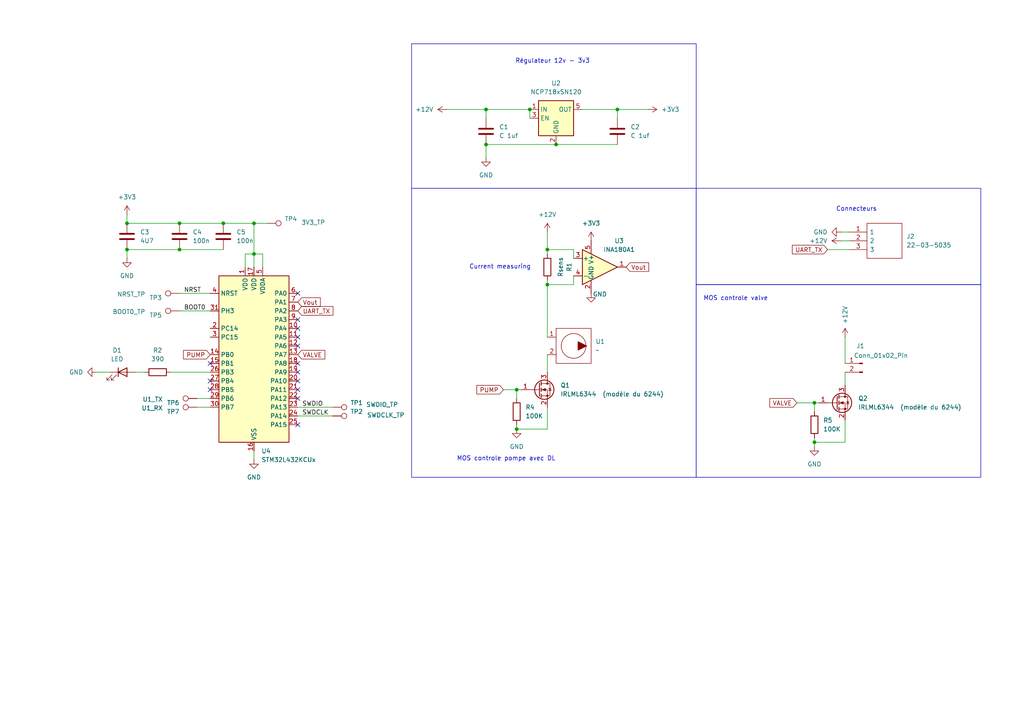
<source format=kicad_sch>
(kicad_sch (version 20250114) (generator "eeschema") (generator_version "9.0")
  (paper "A4")
  (lib_symbols
    (symbol "Amplifier_Current:INA180A1" (pin_names (offset 0.127))
      (property "Reference" "U" (at 3.81 3.81 0))
      (property "Value" "INA180A1" (at 3.81 -2.54 0))
      (symbol "INA180A1_0_1"
        (polyline (pts (xy 5.08 0) (xy -5.08 5.08) (xy -5.08 -5.08) (xy 5.08 0)) (stroke (width 0.254)) (fill (type background)))
      )
      (symbol "INA180A1_1_1"
        (pin input line (at -7.62 2.54 0) (length 2.54) (name "+") (number "3"))
        (pin input line (at -7.62 -2.54 0) (length 2.54) (name "-") (number "4"))
        (pin power_in line (at -2.54 7.62 270) (length 3.81) (name "V+") (number "5"))
        (pin power_in line (at -2.54 -7.62 90) (length 3.81) (name "GND") (number "2"))
        (pin output line (at 7.62 0 180) (length 2.54) (name "~") (number "1"))
      )
    )
    (symbol "Connector:Conn_01x02_Pin" (pin_names (offset 1.016) (hide yes))
      (property "Reference" "J" (at 0 2.54 0))
      (property "Value" "Conn_01x02_Pin" (at 0 -5.08 0))
      (symbol "Conn_01x02_Pin_1_1"
        (rectangle (start 0.8636 0.127) (end 0 -0.127) (stroke (width 0.1524)) (fill (type outline)))
        (rectangle (start 0.8636 -2.413) (end 0 -2.667) (stroke (width 0.1524)) (fill (type outline)))
        (polyline (pts (xy 1.27 0) (xy 0.8636 0)) (stroke (width 0.1524)))
        (polyline (pts (xy 1.27 -2.54) (xy 0.8636 -2.54)) (stroke (width 0.1524)))
        (pin passive line (at 5.08 0 180) (length 3.81) (name "Pin_1") (number "1"))
        (pin passive line (at 5.08 -2.54 180) (length 3.81) (name "Pin_2") (number "2"))
      )
    )
    (symbol "Connector:TestPoint" (pin_numbers (hide yes)) (pin_names (offset 0.762) (hide yes))
      (property "Reference" "TP" (at 0 6.858 0))
      (property "Value" "TestPoint" (at 0 5.08 0))
      (symbol "TestPoint_0_1"
        (circle (center 0 3.302) (radius 0.762))
      )
      (symbol "TestPoint_1_1"
        (pin passive line (at 0 0 90) (length 2.54) (name "1") (number "1"))
      )
    )
    (symbol "Device:C" (pin_numbers (hide yes)) (pin_names (offset 0.254))
      (property "Reference" "C" (at 0.635 2.54 0))
      (property "Value" "C" (at 0.635 -2.54 0))
      (symbol "C_0_1"
        (polyline (pts (xy -2.032 0.762) (xy 2.032 0.762)) (stroke (width 0.508)))
        (polyline (pts (xy -2.032 -0.762) (xy 2.032 -0.762)) (stroke (width 0.508)))
      )
      (symbol "C_1_1"
        (pin passive line (at 0 3.81 270) (length 2.794) (name "~") (number "1"))
        (pin passive line (at 0 -3.81 90) (length 2.794) (name "~") (number "2"))
      )
    )
    (symbol "Device:LED" (pin_numbers (hide yes)) (pin_names (offset 1.016) (hide yes))
      (property "Reference" "D" (at 0 2.54 0))
      (property "Value" "LED" (at 0 -2.54 0))
      (symbol "LED_0_1"
        (polyline (pts (xy -3.048 -0.762) (xy -4.572 -2.286) (xy -3.81 -2.286) (xy -4.572 -2.286) (xy -4.572 -1.524)))
        (polyline (pts (xy -1.778 -0.762) (xy -3.302 -2.286) (xy -2.54 -2.286) (xy -3.302 -2.286) (xy -3.302 -1.524)))
        (polyline (pts (xy -1.27 0) (xy 1.27 0)))
        (polyline (pts (xy -1.27 -1.27) (xy -1.27 1.27)) (stroke (width 0.254)))
        (polyline (pts (xy 1.27 -1.27) (xy 1.27 1.27) (xy -1.27 0) (xy 1.27 -1.27)) (stroke (width 0.254)))
      )
      (symbol "LED_1_1"
        (pin passive line (at -3.81 0 0) (length 2.54) (name "K") (number "1"))
        (pin passive line (at 3.81 0 180) (length 2.54) (name "A") (number "2"))
      )
    )
    (symbol "Device:R" (pin_numbers (hide yes)) (pin_names (offset 0))
      (property "Reference" "R" (at 2.032 0 90))
      (property "Value" "R" (at 0 0 90))
      (symbol "R_0_1"
        (rectangle (start -1.016 -2.54) (end 1.016 2.54) (stroke (width 0.254)))
      )
      (symbol "R_1_1"
        (pin passive line (at 0 3.81 270) (length 1.27) (name "~") (number "1"))
        (pin passive line (at 0 -3.81 90) (length 1.27) (name "~") (number "2"))
      )
    )
    (symbol "ENAC_robotique:22-03-5035" (pin_names (offset 0.762))
      (property "Reference" "J" (at 16.51 7.62 0))
      (property "Value" "22-03-5035" (at 16.51 5.08 0))
      (symbol "22-03-5035_0_0"
        (pin power_in line (at 0 0 0) (length 5.08) (name "1") (number "1"))
        (pin power_in line (at 0 -2.54 0) (length 5.08) (name "2") (number "2"))
        (pin bidirectional line (at 0 -5.08 0) (length 5.08) (name "3") (number "3"))
      )
      (symbol "22-03-5035_0_1"
        (polyline (pts (xy 5.08 2.54) (xy 15.24 2.54) (xy 15.24 -7.62) (xy 5.08 -7.62) (xy 5.08 2.54)) (stroke (width 0.1524)))
      )
    )
    (symbol "ENAC_robotique:Pompe"
      (property "Reference" "U" (at 0.254 -7.112 0))
      (symbol "Pompe_0_1"
        (rectangle (start -5.08 5.08) (end 5.08 -5.08))
        (circle (center 0 0) (radius 3.5921))
      )
      (symbol "Pompe_1_1"
        (polyline (pts (xy 3.81 0) (xy 1.27 1.27) (xy 1.27 -1.27) (xy 3.81 0)) (fill (type outline)))
        (pin power_in line (at -7.62 2.54 0) (length 2.54) (name "") (number "1"))
        (pin power_in line (at -7.62 -2.54 0) (length 2.54) (name "") (number "2"))
      )
    )
    (symbol "MCU_ST_STM32L4:STM32L432KCUx"
      (property "Reference" "U" (at -10.16 26.67 0))
      (property "Value" "STM32L432KCUx" (at 5.08 26.67 0))
      (symbol "STM32L432KCUx_0_1"
        (rectangle (start -10.16 -22.86) (end 10.16 25.4) (stroke (width 0.254)) (fill (type background)))
      )
      (symbol "STM32L432KCUx_1_1"
        (pin input line (at -12.7 20.32 0) (length 2.54) (name "NRST") (number "4"))
        (pin bidirectional line (at -12.7 15.24 0) (length 2.54) (name "PH3") (number "31"))
        (pin bidirectional line (at -12.7 10.16 0) (length 2.54) (name "PC14") (number "2"))
        (pin bidirectional line (at -12.7 7.62 0) (length 2.54) (name "PC15") (number "3"))
        (pin bidirectional line (at -12.7 2.54 0) (length 2.54) (name "PB0") (number "14"))
        (pin bidirectional line (at -12.7 0 0) (length 2.54) (name "PB1") (number "15"))
        (pin bidirectional line (at -12.7 -2.54 0) (length 2.54) (name "PB3") (number "26"))
        (pin bidirectional line (at -12.7 -5.08 0) (length 2.54) (name "PB4") (number "27"))
        (pin bidirectional line (at -12.7 -7.62 0) (length 2.54) (name "PB5") (number "28"))
        (pin bidirectional line (at -12.7 -10.16 0) (length 2.54) (name "PB6") (number "29"))
        (pin bidirectional line (at -12.7 -12.7 0) (length 2.54) (name "PB7") (number "30"))
        (pin power_in line (at -2.54 27.94 270) (length 2.54) (name "VDD") (number "1"))
        (pin power_in line (at 0 27.94 270) (length 2.54) (name "VDD") (number "17"))
        (pin power_in line (at 0 -25.4 90) (length 2.54) (name "VSS") (number "16"))
        (pin passive line (at 0 -25.4 90) (length 2.54) (hide yes) (name "VSS") (number "32"))
        (pin passive line (at 0 -25.4 90) (length 2.54) (hide yes) (name "VSS") (number "33"))
        (pin power_in line (at 2.54 27.94 270) (length 2.54) (name "VDDA") (number "5"))
        (pin bidirectional line (at 12.7 20.32 180) (length 2.54) (name "PA0") (number "6"))
        (pin bidirectional line (at 12.7 17.78 180) (length 2.54) (name "PA1") (number "7"))
        (pin bidirectional line (at 12.7 15.24 180) (length 2.54) (name "PA2") (number "8"))
        (pin bidirectional line (at 12.7 12.7 180) (length 2.54) (name "PA3") (number "9"))
        (pin bidirectional line (at 12.7 10.16 180) (length 2.54) (name "PA4") (number "10"))
        (pin bidirectional line (at 12.7 7.62 180) (length 2.54) (name "PA5") (number "11"))
        (pin bidirectional line (at 12.7 5.08 180) (length 2.54) (name "PA6") (number "12"))
        (pin bidirectional line (at 12.7 2.54 180) (length 2.54) (name "PA7") (number "13"))
        (pin bidirectional line (at 12.7 0 180) (length 2.54) (name "PA8") (number "18"))
        (pin bidirectional line (at 12.7 -2.54 180) (length 2.54) (name "PA9") (number "19"))
        (pin bidirectional line (at 12.7 -5.08 180) (length 2.54) (name "PA10") (number "20"))
        (pin bidirectional line (at 12.7 -7.62 180) (length 2.54) (name "PA11") (number "21"))
        (pin bidirectional line (at 12.7 -10.16 180) (length 2.54) (name "PA12") (number "22"))
        (pin bidirectional line (at 12.7 -12.7 180) (length 2.54) (name "PA13") (number "23"))
        (pin bidirectional line (at 12.7 -15.24 180) (length 2.54) (name "PA14") (number "24"))
        (pin bidirectional line (at 12.7 -17.78 180) (length 2.54) (name "PA15") (number "25"))
      )
    )
    (symbol "Regulator_Linear:NCP718xSN120"
      (property "Reference" "U" (at -3.81 6.35 0))
      (property "Value" "NCP718xSN120" (at 6.35 6.35 0))
      (symbol "NCP718xSN120_0_1"
        (rectangle (start -5.08 -5.08) (end 5.08 5.08) (stroke (width 0.254)) (fill (type background)))
        (pin power_in line (at -7.62 2.54 0) (length 2.54) (name "IN") (number "1"))
        (pin input line (at -7.62 0 0) (length 2.54) (name "EN") (number "3"))
        (pin power_in line (at 0 -7.62 90) (length 2.54) (name "GND") (number "2"))
        (pin no_connect line (at 5.08 0 180) (length 2.54) (hide yes) (name "NC") (number "4"))
        (pin power_out line (at 7.62 2.54 180) (length 2.54) (name "OUT") (number "5"))
      )
    )
    (symbol "Transistor_FET:IRLML6244" (pin_names (offset 0) (hide yes))
      (property "Reference" "Q" (at 5.08 1.905 0))
      (property "Value" "IRLML6244" (at 5.08 0 0))
      (symbol "IRLML6244_0_1"
        (polyline (pts (xy 0.254 1.905) (xy 0.254 -1.905)) (stroke (width 0.254)))
        (polyline (pts (xy 0.254 0) (xy -2.54 0)))
        (polyline (pts (xy 0.762 2.286) (xy 0.762 1.27)) (stroke (width 0.254)))
        (polyline (pts (xy 0.762 0.508) (xy 0.762 -0.508)) (stroke (width 0.254)))
        (polyline (pts (xy 0.762 -1.27) (xy 0.762 -2.286)) (stroke (width 0.254)))
        (polyline (pts (xy 0.762 -1.778) (xy 3.302 -1.778) (xy 3.302 1.778) (xy 0.762 1.778)))
        (polyline (pts (xy 1.016 0) (xy 2.032 0.381) (xy 2.032 -0.381) (xy 1.016 0)) (fill (type outline)))
        (circle (center 1.651 0) (radius 2.794) (stroke (width 0.254)))
        (polyline (pts (xy 2.54 2.54) (xy 2.54 1.778)))
        (circle (center 2.54 1.778) (radius 0.254) (fill (type outline)))
        (circle (center 2.54 -1.778) (radius 0.254) (fill (type outline)))
        (polyline (pts (xy 2.54 -2.54) (xy 2.54 0) (xy 0.762 0)))
        (polyline (pts (xy 2.921 0.381) (xy 3.683 0.381)))
        (polyline (pts (xy 3.302 0.381) (xy 2.921 -0.254) (xy 3.683 -0.254) (xy 3.302 0.381)))
      )
      (symbol "IRLML6244_1_1"
        (pin input line (at -5.08 0 0) (length 2.54) (name "G") (number "1"))
        (pin passive line (at 2.54 5.08 270) (length 2.54) (name "D") (number "3"))
        (pin passive line (at 2.54 -5.08 90) (length 2.54) (name "S") (number "2"))
      )
    )
    (symbol "power:+12V" (power) (pin_numbers (hide yes)) (pin_names (offset 0) (hide yes))
      (property "Value" "+12V" (at 0 3.556 0))
      (symbol "+12V_0_1"
        (polyline (pts (xy -0.762 1.27) (xy 0 2.54)))
        (polyline (pts (xy 0 2.54) (xy 0.762 1.27)))
        (polyline (pts (xy 0 0) (xy 0 2.54)))
      )
      (symbol "+12V_1_1"
        (pin power_in line (at 0 0 90) (length 0) (name "~") (number "1"))
      )
    )
    (symbol "power:+3V3" (power) (pin_numbers (hide yes)) (pin_names (offset 0) (hide yes))
      (property "Value" "+3V3" (at 0 3.556 0))
      (symbol "+3V3_0_1"
        (polyline (pts (xy -0.762 1.27) (xy 0 2.54)))
        (polyline (pts (xy 0 2.54) (xy 0.762 1.27)))
        (polyline (pts (xy 0 0) (xy 0 2.54)))
      )
      (symbol "+3V3_1_1"
        (pin power_in line (at 0 0 90) (length 0) (name "~") (number "1"))
      )
    )
    (symbol "power:GND" (power) (pin_numbers (hide yes)) (pin_names (offset 0) (hide yes))
      (property "Value" "GND" (at 0 -3.81 0))
      (symbol "GND_0_1"
        (polyline (pts (xy 0 0) (xy 0 -1.27) (xy 1.27 -1.27) (xy 0 -2.54) (xy -1.27 -1.27) (xy 0 -1.27)))
      )
      (symbol "GND_1_1"
        (pin power_in line (at 0 0 270) (length 0) (name "~") (number "1"))
      )
    )
  )
  (rectangle (start 201.93 82.55) (end 284.48 138.43))
  (rectangle (start 119.38 12.7) (end 201.93 54.61))
  (rectangle (start 119.38 54.61) (end 201.93 138.43))
  (rectangle (start 201.93 54.61) (end 284.48 82.55))
  (text "Connecteurs\n" (at 248.412 60.706 0) (effects (font (size 1.27 1.27))))
  (text "Current measuring\n" (at 145.034 77.47 0) (effects (font (size 1.27 1.27))))
  (text "MOS controle valve \n" (at 213.868 86.614 0) (effects (font (size 1.27 1.27))))
  (text "Régulateur 12v - 3v3\n" (at 160.274 17.78 0) (effects (font (size 1.27 1.27))))
  (text "MOS controle pompe avec DL\n" (at 146.812 133.096 0) (effects (font (size 1.27 1.27))))
  (junction (at 140.97 41.91))
  (junction (at 161.29 41.91))
  (junction (at 73.66 73.66))
  (junction (at 36.83 64.77))
  (junction (at 64.77 64.77))
  (junction (at 236.22 128.27))
  (junction (at 36.83 72.39))
  (junction (at 149.86 113.03))
  (junction (at 236.22 116.84))
  (junction (at 149.86 124.46))
  (junction (at 179.07 31.75))
  (junction (at 52.07 72.39))
  (junction (at 140.97 31.75))
  (junction (at 73.66 64.77))
  (junction (at 52.07 64.77))
  (junction (at 153.67 31.75))
  (junction (at 158.75 82.55))
  (junction (at 158.75 72.39))
  (no_connect (at 86.36 107.95))
  (no_connect (at 86.36 123.19))
  (no_connect (at 86.36 115.57))
  (no_connect (at 86.36 105.41))
  (no_connect (at 86.36 92.71))
  (no_connect (at 86.36 113.03))
  (no_connect (at 86.36 95.25))
  (no_connect (at 60.96 113.03))
  (no_connect (at 86.36 100.33))
  (no_connect (at 86.36 110.49))
  (no_connect (at 60.96 110.49))
  (no_connect (at 86.36 97.79))
  (no_connect (at 60.96 105.41))
  (no_connect (at 86.36 85.09))
  (wire (pts (xy 140.97 31.75) (xy 140.97 34.29)))
  (wire (pts (xy 36.83 72.39) (xy 52.07 72.39)))
  (wire (pts (xy 245.11 128.27) (xy 236.22 128.27)))
  (wire (pts (xy 71.12 73.66) (xy 73.66 73.66)))
  (wire (pts (xy 168.91 31.75) (xy 179.07 31.75)))
  (wire (pts (xy 140.97 41.91) (xy 140.97 45.72)))
  (wire (pts (xy 140.97 31.75) (xy 153.67 31.75)))
  (wire (pts (xy 158.75 82.55) (xy 158.75 97.79)))
  (wire (pts (xy 86.36 120.65) (xy 96.52 120.65)))
  (wire (pts (xy 73.66 64.77) (xy 77.47 64.77)))
  (wire (pts (xy 73.66 130.81) (xy 73.66 133.35)))
  (wire (pts (xy 76.2 73.66) (xy 76.2 77.47)))
  (wire (pts (xy 73.66 73.66) (xy 76.2 73.66)))
  (wire (pts (xy 149.86 124.46) (xy 149.86 123.19)))
  (wire (pts (xy 52.07 64.77) (xy 64.77 64.77)))
  (wire (pts (xy 166.37 72.39) (xy 158.75 72.39)))
  (wire (pts (xy 245.11 121.92) (xy 245.11 128.27)))
  (wire (pts (xy 86.36 118.11) (xy 96.52 118.11)))
  (wire (pts (xy 158.75 124.46) (xy 149.86 124.46)))
  (wire (pts (xy 231.14 116.84) (xy 236.22 116.84)))
  (wire (pts (xy 140.97 41.91) (xy 161.29 41.91)))
  (wire (pts (xy 158.75 72.39) (xy 158.75 73.66)))
  (wire (pts (xy 179.07 31.75) (xy 179.07 34.29)))
  (wire (pts (xy 36.83 72.39) (xy 36.83 74.93)))
  (wire (pts (xy 73.66 64.77) (xy 64.77 64.77)))
  (wire (pts (xy 52.07 90.17) (xy 60.96 90.17)))
  (wire (pts (xy 39.37 107.95) (xy 41.91 107.95)))
  (wire (pts (xy 240.03 72.39) (xy 246.38 72.39)))
  (wire (pts (xy 146.05 113.03) (xy 149.86 113.03)))
  (wire (pts (xy 243.84 69.85) (xy 246.38 69.85)))
  (wire (pts (xy 158.75 81.28) (xy 158.75 82.55)))
  (wire (pts (xy 149.86 113.03) (xy 151.13 113.03)))
  (wire (pts (xy 236.22 116.84) (xy 237.49 116.84)))
  (wire (pts (xy 49.53 107.95) (xy 60.96 107.95)))
  (wire (pts (xy 179.07 31.75) (xy 187.96 31.75)))
  (wire (pts (xy 52.07 85.09) (xy 60.96 85.09)))
  (wire (pts (xy 36.83 64.77) (xy 52.07 64.77)))
  (wire (pts (xy 166.37 74.93) (xy 166.37 72.39)))
  (wire (pts (xy 166.37 80.01) (xy 166.37 82.55)))
  (wire (pts (xy 161.29 41.91) (xy 179.07 41.91)))
  (wire (pts (xy 245.11 107.95) (xy 245.11 111.76)))
  (wire (pts (xy 153.67 31.75) (xy 153.67 34.29)))
  (wire (pts (xy 245.11 97.79) (xy 245.11 105.41)))
  (wire (pts (xy 57.15 118.11) (xy 60.96 118.11)))
  (wire (pts (xy 73.66 73.66) (xy 73.66 77.47)))
  (wire (pts (xy 158.75 102.87) (xy 158.75 107.95)))
  (wire (pts (xy 243.84 67.31) (xy 246.38 67.31)))
  (wire (pts (xy 52.07 72.39) (xy 64.77 72.39)))
  (wire (pts (xy 57.15 115.57) (xy 60.96 115.57)))
  (wire (pts (xy 129.54 31.75) (xy 140.97 31.75)))
  (wire (pts (xy 236.22 116.84) (xy 236.22 119.38)))
  (wire (pts (xy 158.75 118.11) (xy 158.75 124.46)))
  (wire (pts (xy 36.83 62.23) (xy 36.83 64.77)))
  (wire (pts (xy 236.22 127) (xy 236.22 128.27)))
  (wire (pts (xy 27.94 107.95) (xy 31.75 107.95)))
  (wire (pts (xy 236.22 128.27) (xy 236.22 129.54)))
  (wire (pts (xy 73.66 64.77) (xy 73.66 73.66)))
  (wire (pts (xy 71.12 73.66) (xy 71.12 77.47)))
  (wire (pts (xy 158.75 67.31) (xy 158.75 72.39)))
  (wire (pts (xy 149.86 113.03) (xy 149.86 115.57)))
  (wire (pts (xy 158.75 82.55) (xy 166.37 82.55)))
  (label "SWDCLK" (at 87.63 120.65 0))
  (label "SWDIO" (at 87.63 118.11 0))
  (label "BOOT0" (at 53.34 90.17 0))
  (label "NRST" (at 53.34 85.09 0))
  (global_label "UART_TX" (shape input) (at 86.36 90.17 0) (property "Intersheetrefs" "${INTERSHEET_REFS}" (effects (hide yes))))
  (global_label "VALVE" (shape input) (at 231.14 116.84 180) (property "Intersheetrefs" "${INTERSHEET_REFS}" (effects (hide yes))))
  (global_label "VALVE" (shape input) (at 86.36 102.87 0) (property "Intersheetrefs" "${INTERSHEET_REFS}" (effects (hide yes))))
  (global_label "PUMP" (shape input) (at 146.05 113.03 180) (property "Intersheetrefs" "${INTERSHEET_REFS}" (effects (hide yes))))
  (global_label "Vout" (shape input) (at 86.36 87.63 0) (property "Intersheetrefs" "${INTERSHEET_REFS}" (effects (hide yes))))
  (global_label "Vout" (shape input) (at 181.61 77.47 0) (property "Intersheetrefs" "${INTERSHEET_REFS}" (effects (hide yes))))
  (global_label "UART_TX" (shape input) (at 240.03 72.39 180) (property "Intersheetrefs" "${INTERSHEET_REFS}" (effects (hide yes))))
  (global_label "PUMP" (shape input) (at 60.96 102.87 180) (property "Intersheetrefs" "${INTERSHEET_REFS}" (effects (hide yes))))
  (symbol (lib_id "Regulator_Linear:NCP718xSN120") (at 161.29 34.29 0) (unit 1)
    (property "Reference" "U2" (at 161.29 24.13 0))
    (property "Value" "NCP718xSN120" (at 161.29 26.67 0))
    (property "Footprint" "Package_TO_SOT_SMD:SOT-23-5" (effects (hide yes)))
    (property "Datasheet" "https://www.onsemi.com/pub/Collateral/NCP718-D.PDF" (effects (hide yes)))
    (property "Description" "300-mA, Wide Input Voltage, Low-IQ LDO, 1.2V, SOT-23" (effects (hide yes)))
  )
  (symbol (lib_id "Connector:TestPoint") (at 57.15 115.57 90) (unit 1)
    (property "Reference" "TP6" (at 52.07 116.8401 90) (effects (justify left)))
    (property "Value" "U1_TX" (at 47.244 115.824 90) (effects (justify left)))
    (property "Footprint" "TestPoint:TestPoint_Pad_D1.0mm" (effects (hide yes)))
    (property "Description" "test point" (effects (hide yes)))
  )
  (symbol (lib_id "Device:C") (at 52.07 68.58 0) (unit 1)
    (property "Reference" "C4" (at 55.88 67.3099 0) (effects (justify left)))
    (property "Value" "100n" (at 55.88 69.8499 0) (effects (justify left)))
    (property "Footprint" "Capacitor_SMD:C_0603_1608Metric" (effects (hide yes)))
    (property "Description" "Unpolarized capacitor" (effects (hide yes)))
  )
  (symbol (lib_id "Connector:TestPoint") (at 57.15 118.11 90) (unit 1)
    (property "Reference" "TP7" (at 52.07 119.3801 90) (effects (justify left)))
    (property "Value" "U1_RX" (at 47.244 118.364 90) (effects (justify left)))
    (property "Footprint" "TestPoint:TestPoint_Pad_D1.0mm" (effects (hide yes)))
    (property "Description" "test point" (effects (hide yes)))
  )
  (symbol (lib_id "ENAC_robotique:22-03-5035") (at 246.38 67.31 0) (unit 1)
    (property "Reference" "J2" (at 262.89 68.5799 0) (effects (justify left)))
    (property "Value" "22-03-5035" (at 262.89 71.1199 0) (effects (justify left)))
    (property "Footprint" "ENAC_robotique:SHDR3W70P0X250_1X3_990X490X590P" (effects (hide yes)))
    (property "Datasheet" "http://www.molex.com/pdm_docs/sd/022035035_sd.pdf" (effects (hide yes)))
    (property "Description" "Header 2.5mm SPOX,WTB,vert, shrouded, 3w Molex SPOX Series, Series Number 5267, 2.5mm Pitch 3 Way 1 Row Straight PCB Header, Solder Termination, 3A" (effects (hide yes)))
    (property "Height" "5.9" (effects (hide yes)))
    (property "Manufacturer_Name" "Molex" (effects (hide yes)))
    (property "Manufacturer_Part_Number" "22-03-5035" (effects (hide yes)))
    (property "RS Part Number" "6878048P" (effects (hide yes)))
    (property "RS Price/Stock" "http://uk.rs-online.com/web/p/products/6878048P" (effects (hide yes)))
    (property "Allied_Number" "70248167" (effects (hide yes)))
    (property "Allied Price/Stock" "https://www.alliedelec.com/molex-incorporated-22-03-5035/70248167/" (effects (hide yes)))
    (property "Mouser Part Number" "538-22-03-5035" (effects (hide yes)))
    (property "Mouser Price/Stock" "https://www.mouser.com/Search/Refine.aspx?Keyword=538-22-03-5035" (effects (hide yes)))
  )
  (symbol (lib_id "Device:R") (at 158.75 77.47 0) (unit 1)
    (property "Reference" "R1" (at 165.1 77.47 90))
    (property "Value" "Rsens" (at 162.56 77.47 90))
    (property "Footprint" "Resistor_SMD:R_0603_1608Metric" (effects (hide yes)))
    (property "Description" "Resistor" (effects (hide yes)))
  )
  (symbol (lib_id "power:+3V3") (at 187.96 31.75 270) (unit 1)
    (property "Reference" "#PWR02" (effects (hide yes)))
    (property "Value" "+3V3" (at 191.77 31.7499 90) (effects (justify left)))
    (property "Description" "Power symbol creates a global label with name \"+3V3\"" (effects (hide yes)))
  )
  (symbol (lib_id "power:+12V") (at 129.54 31.75 90) (unit 1)
    (property "Reference" "#PWR03" (effects (hide yes)))
    (property "Value" "+12V" (at 125.73 31.7499 90) (effects (justify left)))
    (property "Description" "Power symbol creates a global label with name \"+12V\"" (effects (hide yes)))
  )
  (symbol (lib_id "power:+3V3") (at 36.83 62.23 0) (unit 1)
    (property "Reference" "#PWR011" (effects (hide yes)))
    (property "Value" "+3V3" (at 36.83 57.15 0))
    (property "Description" "Power symbol creates a global label with name \"+3V3\"" (effects (hide yes)))
  )
  (symbol (lib_id "MCU_ST_STM32L4:STM32L432KCUx") (at 73.66 105.41 0) (unit 1)
    (property "Reference" "U4" (at 75.8033 130.81 0) (effects (justify left)))
    (property "Value" "STM32L432KCUx" (at 75.8033 133.35 0) (effects (justify left)))
    (property "Footprint" "Package_DFN_QFN:QFN-32-1EP_5x5mm_P0.5mm_EP3.45x3.45mm" (effects (hide yes)))
    (property "Datasheet" "https://www.st.com/resource/en/datasheet/stm32l432kc.pdf" (effects (hide yes)))
    (property "Description" "STMicroelectronics Arm Cortex-M4 MCU, 256KB flash, 64KB RAM, 80 MHz, 1.71-3.6V, 26 GPIO, UFQFPN32" (effects (hide yes)))
  )
  (symbol (lib_id "Amplifier_Current:INA180A1") (at 173.99 77.47 0) (unit 1)
    (property "Reference" "U3" (at 179.578 69.85 0))
    (property "Value" "INA180A1" (at 179.578 72.39 0))
    (property "Footprint" "Package_TO_SOT_SMD:SOT-23-5" (effects (hide yes)))
    (property "Datasheet" "http://www.ti.com/lit/ds/symlink/ina180.pdf" (effects (hide yes)))
    (property "Description" "Current Sense Amplifier, 1 Circuit, Rail-to-Rail, 26V, Gain 20 V/V, SOT-23-5" (effects (hide yes)))
  )
  (symbol (lib_id "Connector:TestPoint") (at 52.07 90.17 90) (unit 1)
    (property "Reference" "TP5" (at 46.99 91.4401 90) (effects (justify left)))
    (property "Value" "BOOT0_TP" (at 42.164 90.424 90) (effects (justify left)))
    (property "Footprint" "TestPoint:TestPoint_Pad_D1.0mm" (effects (hide yes)))
    (property "Description" "test point" (effects (hide yes)))
  )
  (symbol (lib_id "Connector:TestPoint") (at 96.52 120.65 270) (unit 1)
    (property "Reference" "TP2" (at 101.6 119.3799 90) (effects (justify left)))
    (property "Value" "SWDCLK_TP" (at 106.426 120.396 90) (effects (justify left)))
    (property "Footprint" "TestPoint:TestPoint_Pad_D1.0mm" (effects (hide yes)))
    (property "Description" "test point" (effects (hide yes)))
  )
  (symbol (lib_id "power:GND") (at 73.66 133.35 0) (unit 1)
    (property "Reference" "#PWR013" (effects (hide yes)))
    (property "Value" "GND" (at 73.66 138.43 0))
    (property "Description" "Power symbol creates a global label with name \"GND\" , ground" (effects (hide yes)))
  )
  (symbol (lib_id "Transistor_FET:IRLML6244") (at 242.57 116.84 0) (unit 1)
    (property "Reference" "Q2" (at 248.92 115.5699 0) (effects (justify left)))
    (property "Value" "IRLML6344  (modèle du 6244)" (at 248.92 118.1099 0) (effects (justify left)))
    (property "Footprint" "Package_TO_SOT_SMD:SOT-23" (effects (hide yes)))
    (property "Datasheet" "https://www.infineon.com/dgdl/Infineon-IRLML6244-DataSheet-v01_01-EN.pdf?fileId=5546d462533600a4015356686fed261f" (effects (hide yes)))
    (property "Description" "6.3A Id, 20V Vds, 21mOhm Rds, N-Channel StrongIRFET Power MOSFET, SOT-23" (effects (hide yes)))
  )
  (symbol (lib_id "power:GND") (at 236.22 129.54 0) (unit 1)
    (property "Reference" "#PWR016" (effects (hide yes)))
    (property "Value" "GND" (at 236.22 134.62 0))
    (property "Description" "Power symbol creates a global label with name \"GND\" , ground" (effects (hide yes)))
  )
  (symbol (lib_id "power:GND") (at 243.84 67.31 270) (unit 1)
    (property "Reference" "#PWR07" (effects (hide yes)))
    (property "Value" "GND" (at 240.03 67.3099 90) (effects (justify right)))
    (property "Description" "Power symbol creates a global label with name \"GND\" , ground" (effects (hide yes)))
  )
  (symbol (lib_id "Device:C") (at 140.97 38.1 0) (unit 1)
    (property "Reference" "C1" (at 144.78 36.8299 0) (effects (justify left)))
    (property "Value" "C 1uf" (at 144.78 39.3699 0) (effects (justify left)))
    (property "Footprint" "Capacitor_SMD:C_0805_2012Metric" (effects (hide yes)))
    (property "Description" "Unpolarized capacitor" (effects (hide yes)))
  )
  (symbol (lib_id "power:GND") (at 140.97 45.72 0) (unit 1)
    (property "Reference" "#PWR01" (effects (hide yes)))
    (property "Value" "GND" (at 140.97 50.8 0))
    (property "Description" "Power symbol creates a global label with name \"GND\" , ground" (effects (hide yes)))
  )
  (symbol (lib_id "Connector:Conn_01x02_Pin") (at 250.19 105.41 0) (mirror y) (unit 1)
    (property "Reference" "J1" (at 249.555 100.33 0))
    (property "Value" "Conn_01x02_Pin" (at 255.524 103.124 0))
    (property "Footprint" "Connector_PinHeader_2.54mm:PinHeader_1x02_P2.54mm_Vertical" (effects (hide yes)))
    (property "Description" "Generic connector, single row, 01x02, script generated" (effects (hide yes)))
  )
  (symbol (lib_id "power:GND") (at 149.86 124.46 0) (unit 1)
    (property "Reference" "#PWR010" (effects (hide yes)))
    (property "Value" "GND" (at 149.86 129.54 0))
    (property "Description" "Power symbol creates a global label with name \"GND\" , ground" (effects (hide yes)))
  )
  (symbol (lib_id "Device:C") (at 36.83 68.58 0) (unit 1)
    (property "Reference" "C3" (at 40.64 67.3099 0) (effects (justify left)))
    (property "Value" "4U7" (at 40.64 69.8499 0) (effects (justify left)))
    (property "Footprint" "Capacitor_SMD:C_0603_1608Metric" (effects (hide yes)))
    (property "Description" "Unpolarized capacitor" (effects (hide yes)))
  )
  (symbol (lib_id "power:+12V") (at 245.11 97.79 0) (mirror y) (unit 1)
    (property "Reference" "#PWR015" (effects (hide yes)))
    (property "Value" "+12V" (at 245.1099 93.98 90) (effects (justify left)))
    (property "Description" "Power symbol creates a global label with name \"+12V\"" (effects (hide yes)))
  )
  (symbol (lib_id "power:GND") (at 27.94 107.95 270) (unit 1)
    (property "Reference" "#PWR05" (effects (hide yes)))
    (property "Value" "GND" (at 24.13 107.9499 90) (effects (justify right)))
    (property "Description" "Power symbol creates a global label with name \"GND\" , ground" (effects (hide yes)))
  )
  (symbol (lib_id "Device:R") (at 45.72 107.95 90) (unit 1)
    (property "Reference" "R2" (at 45.72 101.6 90))
    (property "Value" "390" (at 45.72 104.14 90))
    (property "Footprint" "Resistor_SMD:R_0603_1608Metric" (effects (hide yes)))
    (property "Description" "Resistor" (effects (hide yes)))
  )
  (symbol (lib_id "Device:C") (at 179.07 38.1 0) (unit 1)
    (property "Reference" "C2" (at 182.88 36.8299 0) (effects (justify left)))
    (property "Value" "C 1uf" (at 182.88 39.3699 0) (effects (justify left)))
    (property "Footprint" "Capacitor_SMD:C_0603_1608Metric" (effects (hide yes)))
    (property "Description" "Unpolarized capacitor" (effects (hide yes)))
  )
  (symbol (lib_id "Device:R") (at 149.86 119.38 0) (unit 1)
    (property "Reference" "R4" (at 152.4 118.1099 0) (effects (justify left)))
    (property "Value" "100K" (at 152.4 120.6499 0) (effects (justify left)))
    (property "Footprint" "Resistor_SMD:R_0603_1608Metric" (effects (hide yes)))
    (property "Description" "Resistor" (effects (hide yes)))
  )
  (symbol (lib_id "ENAC_robotique:Pompe") (at 166.37 100.33 0) (unit 1)
    (property "Reference" "U1" (at 172.72 99.0599 0) (effects (justify left)))
    (property "Value" "~" (at 172.72 101.5999 0) (effects (justify left)))
    (property "Footprint" "ENAC_robotique:pompe" (effects (hide yes)))
  )
  (symbol (lib_id "Transistor_FET:IRLML6244") (at 156.21 113.03 0) (unit 1)
    (property "Reference" "Q1" (at 162.56 111.7599 0) (effects (justify left)))
    (property "Value" "IRLML6344  (modèle du 6244)" (at 162.56 114.2999 0) (effects (justify left)))
    (property "Footprint" "Package_TO_SOT_SMD:SOT-23" (effects (hide yes)))
    (property "Datasheet" "https://www.infineon.com/dgdl/Infineon-IRLML6244-DataSheet-v01_01-EN.pdf?fileId=5546d462533600a4015356686fed261f" (effects (hide yes)))
    (property "Description" "6.3A Id, 20V Vds, 21mOhm Rds, N-Channel StrongIRFET Power MOSFET, SOT-23" (effects (hide yes)))
  )
  (symbol (lib_id "power:+12V") (at 158.75 67.31 0) (unit 1)
    (property "Reference" "#PWR014" (effects (hide yes)))
    (property "Value" "+12V" (at 158.75 62.23 0))
    (property "Description" "Power symbol creates a global label with name \"+12V\"" (effects (hide yes)))
  )
  (symbol (lib_id "Device:R") (at 236.22 123.19 0) (unit 1)
    (property "Reference" "R5" (at 238.76 121.9199 0) (effects (justify left)))
    (property "Value" "100K" (at 238.76 124.4599 0) (effects (justify left)))
    (property "Footprint" "Resistor_SMD:R_0603_1608Metric" (effects (hide yes)))
    (property "Description" "Resistor" (effects (hide yes)))
  )
  (symbol (lib_id "Device:C") (at 64.77 68.58 0) (unit 1)
    (property "Reference" "C5" (at 68.58 67.3099 0) (effects (justify left)))
    (property "Value" "100n" (at 68.58 69.8499 0) (effects (justify left)))
    (property "Footprint" "Capacitor_SMD:C_0603_1608Metric" (effects (hide yes)))
    (property "Description" "Unpolarized capacitor" (effects (hide yes)))
  )
  (symbol (lib_id "Connector:TestPoint") (at 77.47 64.77 270) (unit 1)
    (property "Reference" "TP4" (at 82.55 63.4999 90) (effects (justify left)))
    (property "Value" "3V3_TP" (at 87.376 64.516 90) (effects (justify left)))
    (property "Footprint" "TestPoint:TestPoint_Pad_D1.0mm" (effects (hide yes)))
    (property "Description" "test point" (effects (hide yes)))
  )
  (symbol (lib_id "power:GND") (at 36.83 74.93 0) (unit 1)
    (property "Reference" "#PWR012" (effects (hide yes)))
    (property "Value" "GND" (at 36.83 80.01 0))
    (property "Description" "Power symbol creates a global label with name \"GND\" , ground" (effects (hide yes)))
  )
  (symbol (lib_id "Connector:TestPoint") (at 52.07 85.09 90) (unit 1)
    (property "Reference" "TP3" (at 46.99 86.3601 90) (effects (justify left)))
    (property "Value" "NRST_TP" (at 42.164 85.344 90) (effects (justify left)))
    (property "Footprint" "TestPoint:TestPoint_Pad_D1.0mm" (effects (hide yes)))
    (property "Description" "test point" (effects (hide yes)))
  )
  (symbol (lib_id "Device:LED") (at 35.56 107.95 0) (unit 1)
    (property "Reference" "D1" (at 33.9725 101.6 0))
    (property "Value" "LED" (at 33.9725 104.14 0))
    (property "Footprint" "LED_SMD:LED_0603_1608Metric" (effects (hide yes)))
    (property "Description" "Light emitting diode" (effects (hide yes)))
    (property "Sim.Pins" "1=K 2=A" (effects (hide yes)))
  )
  (symbol (lib_id "power:+3V3") (at 171.45 69.85 0) (unit 1)
    (property "Reference" "#PWR09" (effects (hide yes)))
    (property "Value" "+3V3" (at 171.45 64.77 0))
    (property "Description" "Power symbol creates a global label with name \"+3V3\"" (effects (hide yes)))
  )
  (symbol (lib_id "Connector:TestPoint") (at 96.52 118.11 270) (unit 1)
    (property "Reference" "TP1" (at 101.6 116.8399 90) (effects (justify left)))
    (property "Value" "SWDIO_TP" (at 106.172 117.348 90) (effects (justify left)))
    (property "Footprint" "TestPoint:TestPoint_Pad_D1.0mm" (effects (hide yes)))
    (property "Description" "test point" (effects (hide yes)))
  )
  (symbol (lib_id "power:GND") (at 171.45 85.09 0) (unit 1)
    (property "Reference" "#PWR08" (effects (hide yes)))
    (property "Value" "GND" (at 173.99 85.344 0))
    (property "Description" "Power symbol creates a global label with name \"GND\" , ground" (effects (hide yes)))
  )
  (symbol (lib_id "power:+12V") (at 243.84 69.85 90) (unit 1)
    (property "Reference" "#PWR04" (effects (hide yes)))
    (property "Value" "+12V" (at 240.03 69.8499 90) (effects (justify left)))
    (property "Description" "Power symbol creates a global label with name \"+12V\"" (effects (hide yes)))
  )
)
</source>
